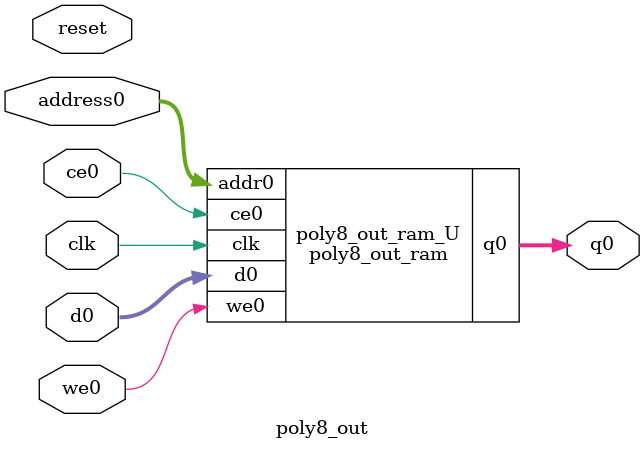
<source format=v>
`timescale 1 ns / 1 ps
module poly8_out_ram (addr0, ce0, d0, we0, q0,  clk);

parameter DWIDTH = 32;
parameter AWIDTH = 23;
parameter MEM_SIZE = 8388608;

input[AWIDTH-1:0] addr0;
input ce0;
input[DWIDTH-1:0] d0;
input we0;
output wire[DWIDTH-1:0] q0;
input clk;

(* ram_style = "block" *)reg [DWIDTH-1:0] ram[0:MEM_SIZE-1];
wire [AWIDTH-1:0] addr0_t0; 
reg [AWIDTH-1:0] addr0_t1; 
wire [DWIDTH-1:0] d0_t0; 
wire we0_t0; 
reg [DWIDTH-1:0] d0_t1; 
reg we0_t1; 
reg [DWIDTH-1:0] q0_t0;
reg [DWIDTH-1:0] q0_t1;


assign addr0_t0 = addr0;
assign d0_t0 = d0;
assign we0_t0 = we0;
assign q0 = q0_t1;

always @(posedge clk)  
begin
    if (ce0) 
    begin
        addr0_t1 <= addr0_t0; 
        d0_t1 <= d0_t0;
        we0_t1 <= we0_t0;
        q0_t1 <= q0_t0;
    end
end


always @(posedge clk)  
begin 
    if (ce0) 
    begin
        if (we0_t1) 
        begin 
            ram[addr0_t1] <= d0_t1; 
        end 
        q0_t0 <= ram[addr0_t1];
    end
end


endmodule

`timescale 1 ns / 1 ps
module poly8_out(
    reset,
    clk,
    address0,
    ce0,
    we0,
    d0,
    q0);

parameter DataWidth = 32'd32;
parameter AddressRange = 32'd8388608;
parameter AddressWidth = 32'd23;
input reset;
input clk;
input[AddressWidth - 1:0] address0;
input ce0;
input we0;
input[DataWidth - 1:0] d0;
output[DataWidth - 1:0] q0;



poly8_out_ram poly8_out_ram_U(
    .clk( clk ),
    .addr0( address0 ),
    .ce0( ce0 ),
    .we0( we0 ),
    .d0( d0 ),
    .q0( q0 ));

endmodule


</source>
